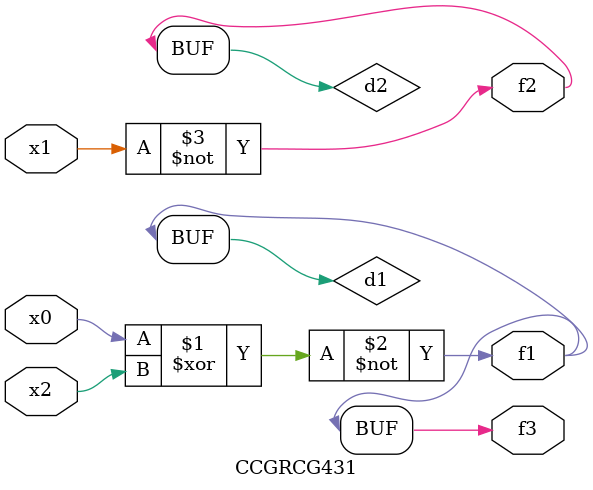
<source format=v>
module CCGRCG431(
	input x0, x1, x2,
	output f1, f2, f3
);

	wire d1, d2, d3;

	xnor (d1, x0, x2);
	nand (d2, x1);
	nor (d3, x1, x2);
	assign f1 = d1;
	assign f2 = d2;
	assign f3 = d1;
endmodule

</source>
